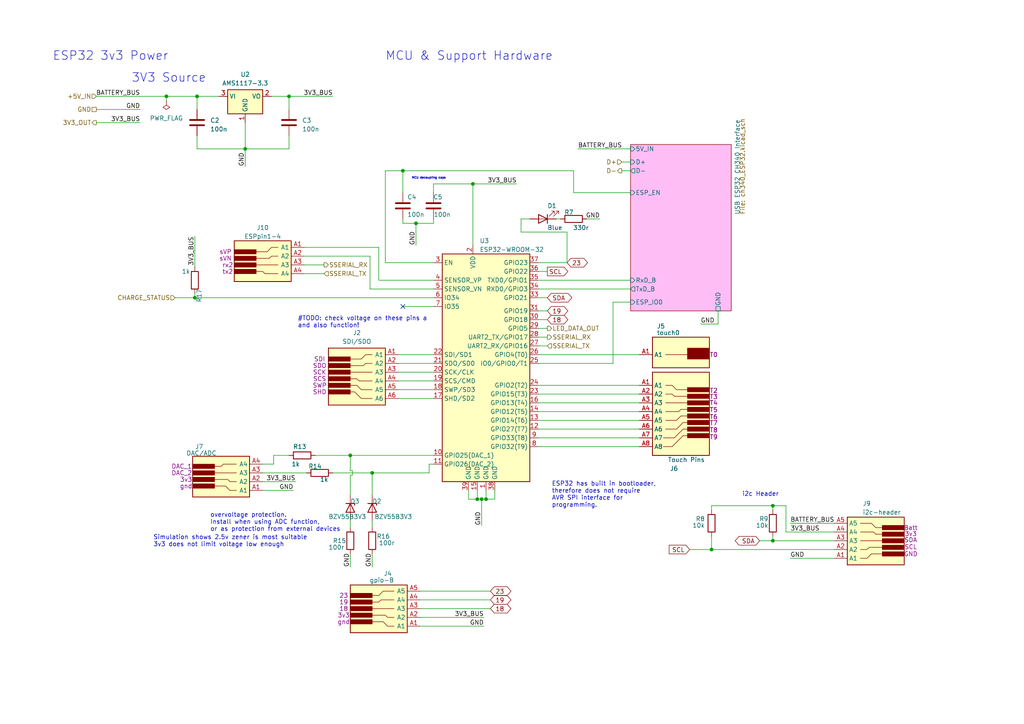
<source format=kicad_sch>
(kicad_sch (version 20230121) (generator eeschema)
  (paper "A4")
  (lib_symbols
    (symbol "000-edge-connectors-immo:1-pin-edge-touch-XL" (in_bom no)
      (property "Reference" "J5" (at -4.572 20.574 0))
      (property "Value" "1-pin-edge-touch-XL" (at -9.906 18.796 0))
      (property "PIN1" "T0" (at 6.35 12.7 0))
      (symbol "1-pin-edge-touch-XL_0_1"
        (rectangle (start -11.43 17.78) (end 5.08 8.89) (stroke (width 0.254)) (fill (type background)))
        (rectangle (start -1.27 14.605) (end 5.08 11.43) (fill (type color) (color 132 0 0 1)))
        (polyline (pts (xy -7.62 12.7) (xy -5.715 12.7) (xy -5.08 12.7) (xy -1.27 12.7)))
      )
      (symbol "1-pin-edge-touch-XL_1_1"
        (pin passive line (at -15.24 12.7 0) (length 3.81) (name "A1") (number "A1"))
      )
    )
    (symbol "000-edge-connectors-immo:4-pin-edge-touch" (in_bom no)
      (property "Reference" "J2" (at 3.175 10.16 0))
      (property "Value" "4-pin-edge-touch" (at 3.175 7.62 0))
      (symbol "4-pin-edge-touch_0_1"
        (rectangle (start -11.43 5.715) (end 5.08 -6.096) (stroke (width 0.254)) (fill (type background)))
        (rectangle (start -1.27 -2.54) (end 5.08 -3.81) (fill (type color) (color 132 0 0 1)))
        (rectangle (start -1.27 -0.635) (end 5.08 -1.905) (fill (type color) (color 132 0 0 1)))
        (rectangle (start -1.27 1.27) (end 5.08 0) (fill (type color) (color 132 0 0 1)))
        (rectangle (start -1.27 3.175) (end 5.08 1.905) (fill (type color) (color 132 0 0 1)))
        (polyline (pts (xy -7.62 -1.27) (xy -1.27 -1.27)))
        (polyline (pts (xy -7.62 -3.81) (xy -3.81 -3.81) (xy -3.175 -3.175) (xy -1.27 -3.175)))
        (polyline (pts (xy -7.62 1.27) (xy -5.715 1.27) (xy -5.08 0.635) (xy -1.27 0.635)))
        (polyline (pts (xy -7.62 3.81) (xy -5.715 3.81) (xy -4.445 2.54) (xy -1.27 2.54)))
      )
      (symbol "4-pin-edge-touch_1_1"
        (pin passive line (at -15.24 3.81 0) (length 3.81) (name "A1") (number "A1"))
        (pin passive line (at -15.24 1.27 0) (length 3.81) (name "A2") (number "A2"))
        (pin passive line (at -15.24 -1.27 0) (length 3.81) (name "A3") (number "A3"))
        (pin passive line (at -15.24 -3.81 0) (length 3.81) (name "A4") (number "A4"))
      )
    )
    (symbol "000-edge-connectors-immo:5-pin-edge-touch" (in_bom no)
      (property "Reference" "J2" (at 3.175 21.59 0))
      (property "Value" "5-pin-edge-touch" (at 3.175 19.05 0))
      (property "PIN1" "1" (at 5.842 13.97 0))
      (property "PIN2" "2" (at 5.842 11.938 0))
      (property "PIN3" "3" (at 5.842 9.906 0))
      (property "PIN4" "4" (at 5.842 8.128 0))
      (property "PIN5" "5" (at 5.842 6.35 0))
      (symbol "5-pin-edge-touch_0_1"
        (rectangle (start -11.43 17.145) (end 5.08 3.302) (stroke (width 0.254)) (fill (type background)))
        (rectangle (start -1.27 6.985) (end 5.08 5.715) (fill (type color) (color 132 0 0 1)))
        (rectangle (start -1.27 8.89) (end 5.08 7.62) (fill (type color) (color 132 0 0 1)))
        (rectangle (start -1.27 10.795) (end 5.08 9.525) (fill (type color) (color 132 0 0 1)))
        (rectangle (start -1.27 12.7) (end 5.08 11.43) (fill (type color) (color 132 0 0 1)))
        (rectangle (start -1.27 14.605) (end 5.08 13.335) (fill (type color) (color 132 0 0 1)))
        (polyline (pts (xy -7.62 10.16) (xy -1.27 10.16)))
        (polyline (pts (xy -7.62 5.08) (xy -4.445 5.08) (xy -3.175 6.35) (xy -1.27 6.35)))
        (polyline (pts (xy -7.62 7.62) (xy -3.81 7.62) (xy -3.175 8.255) (xy -1.27 8.255)))
        (polyline (pts (xy -7.62 12.7) (xy -5.715 12.7) (xy -5.08 12.065) (xy -1.27 12.065)))
        (polyline (pts (xy -7.62 15.24) (xy -5.715 15.24) (xy -4.445 13.97) (xy -1.27 13.97)))
      )
      (symbol "5-pin-edge-touch_1_1"
        (pin passive line (at -15.24 15.24 0) (length 3.81) (name "A1") (number "A1"))
        (pin passive line (at -15.24 12.7 0) (length 3.81) (name "A2") (number "A2"))
        (pin passive line (at -15.24 10.16 0) (length 3.81) (name "A3") (number "A3"))
        (pin passive line (at -15.24 7.62 0) (length 3.81) (name "A4") (number "A4"))
        (pin passive line (at -15.24 5.08 0) (length 3.81) (name "A5") (number "A5"))
      )
    )
    (symbol "000-edge-connectors-immo:6-pin-edge-touch" (in_bom no)
      (property "Reference" "J2" (at 3.175 21.59 0))
      (property "Value" "SDI/SDO" (at 3.175 19.05 0))
      (property "PIN1" "1" (at 0 0 0))
      (property "PIN2" "2" (at 0 0 0))
      (property "PIN3" "3" (at 0 0 0))
      (property "PIN4" "4" (at 0 0 0))
      (property "PIN5" "5" (at 0 0 0))
      (property "PIN6" "6" (at 0 0 0))
      (symbol "6-pin-edge-touch_0_1"
        (rectangle (start -11.43 17.145) (end 5.08 0.635) (stroke (width 0.254)) (fill (type background)))
        (rectangle (start -1.27 5.08) (end 5.08 3.81) (fill (type color) (color 132 0 0 1)))
        (rectangle (start -1.27 6.985) (end 5.08 5.715) (fill (type color) (color 132 0 0 1)))
        (rectangle (start -1.27 8.89) (end 5.08 7.62) (fill (type color) (color 132 0 0 1)))
        (rectangle (start -1.27 10.795) (end 5.08 9.525) (fill (type color) (color 132 0 0 1)))
        (rectangle (start -1.27 12.7) (end 5.08 11.43) (fill (type color) (color 132 0 0 1)))
        (rectangle (start -1.27 14.605) (end 5.08 13.335) (fill (type color) (color 132 0 0 1)))
        (polyline (pts (xy -7.62 10.16) (xy -1.27 10.16)))
        (polyline (pts (xy -7.62 2.54) (xy -4.445 2.54) (xy -2.54 4.445) (xy -1.27 4.445)))
        (polyline (pts (xy -7.62 5.08) (xy -4.445 5.08) (xy -3.175 6.35) (xy -1.27 6.35)))
        (polyline (pts (xy -7.62 7.62) (xy -3.81 7.62) (xy -3.175 8.255) (xy -1.27 8.255)))
        (polyline (pts (xy -7.62 12.7) (xy -5.715 12.7) (xy -5.08 12.065) (xy -1.27 12.065)))
        (polyline (pts (xy -7.62 15.24) (xy -5.715 15.24) (xy -4.445 13.97) (xy -1.27 13.97)))
      )
      (symbol "6-pin-edge-touch_1_1"
        (pin passive line (at -15.24 15.24 0) (length 3.81) (name "A1") (number "A1"))
        (pin passive line (at -15.24 12.7 0) (length 3.81) (name "A2") (number "A2"))
        (pin passive line (at -15.24 10.16 0) (length 3.81) (name "A3") (number "A3"))
        (pin passive line (at -15.24 7.62 0) (length 3.81) (name "A4") (number "A4"))
        (pin passive line (at -15.24 5.08 0) (length 3.81) (name "A5") (number "A5"))
        (pin passive line (at -15.24 2.54 0) (length 3.81) (name "A6") (number "A6"))
      )
    )
    (symbol "000-edge-connectors-immo:8-pin-edge-touch" (in_bom no)
      (property "Reference" "J6" (at -9.652 22.606 0))
      (property "Value" "Touch Pins" (at -9.652 20.066 0))
      (property "PIN1" "T2" (at 6.35 13.716 0))
      (property "PIN2" "T3" (at 6.35 11.938 0))
      (property "PIN3" "T4" (at 6.35 10.16 0))
      (property "PIN4" "T5" (at 6.35 8.128 0))
      (property "PIN5" "T6" (at 6.35 6.096 0))
      (property "PIN6" "T7" (at 6.35 4.318 0))
      (property "PIN7" "T8" (at 6.35 2.286 0))
      (property "PIN8" "T9" (at 6.35 0.254 0))
      (symbol "8-pin-edge-touch_0_1"
        (rectangle (start -11.43 19.05) (end 5.08 -5.08) (stroke (width 0.254)) (fill (type background)))
        (rectangle (start -1.27 1.27) (end 5.08 0) (fill (type color) (color 132 0 0 1)))
        (rectangle (start -1.27 3.175) (end 5.08 1.905) (fill (type color) (color 132 0 0 1)))
        (rectangle (start -1.27 5.08) (end 5.08 3.81) (fill (type color) (color 132 0 0 1)))
        (rectangle (start -1.27 6.985) (end 5.08 5.715) (fill (type color) (color 132 0 0 1)))
        (rectangle (start -1.27 8.89) (end 5.08 7.62) (fill (type color) (color 132 0 0 1)))
        (rectangle (start -1.27 10.795) (end 5.08 9.525) (fill (type color) (color 132 0 0 1)))
        (rectangle (start -1.27 12.7) (end 5.08 11.43) (fill (type color) (color 132 0 0 1)))
        (rectangle (start -1.27 14.605) (end 5.08 13.335) (fill (type color) (color 132 0 0 1)))
        (polyline (pts (xy -7.62 10.16) (xy -1.27 10.16)))
        (polyline (pts (xy -8.255 -2.54) (xy -5.715 -2.54) (xy -2.54 0.635) (xy -1.27 0.635)))
        (polyline (pts (xy -8.255 0) (xy -5.08 0) (xy -2.54 2.54) (xy -1.27 2.54)))
        (polyline (pts (xy -7.62 2.54) (xy -4.445 2.54) (xy -2.54 4.445) (xy -1.27 4.445)))
        (polyline (pts (xy -7.62 5.08) (xy -4.445 5.08) (xy -3.175 6.35) (xy -1.27 6.35)))
        (polyline (pts (xy -7.62 7.62) (xy -3.81 7.62) (xy -3.175 8.255) (xy -1.27 8.255)))
        (polyline (pts (xy -7.62 12.7) (xy -5.715 12.7) (xy -5.08 12.065) (xy -1.27 12.065)))
        (polyline (pts (xy -7.62 15.24) (xy -5.715 15.24) (xy -4.445 13.97) (xy -1.27 13.97)))
      )
      (symbol "8-pin-edge-touch_1_1"
        (pin passive line (at -15.24 15.24 0) (length 3.81) (name "A1") (number "A1"))
        (pin passive line (at -15.24 12.7 0) (length 3.81) (name "A2") (number "A2"))
        (pin passive line (at -15.24 10.16 0) (length 3.81) (name "A3") (number "A3"))
        (pin passive line (at -15.24 7.62 0) (length 3.81) (name "A4") (number "A4"))
        (pin passive line (at -15.24 5.08 0) (length 3.81) (name "A5") (number "A5"))
        (pin passive line (at -15.24 2.54 0) (length 3.81) (name "A6") (number "A6"))
        (pin passive line (at -15.24 0 0) (length 3.81) (name "A7") (number "A7"))
        (pin passive line (at -15.24 -2.54 0) (length 3.81) (name "A8") (number "A8"))
      )
    )
    (symbol "000_Capacitor_Film_Immo:100n" (pin_numbers hide) (pin_names (offset 0.254))
      (property "Reference" "C" (at 0.635 2.54 0))
      (property "Value" "100n" (at 0.635 -2.54 0))
      (symbol "100n_0_1"
        (polyline (pts (xy -2.032 -0.762) (xy 2.032 -0.762)) (stroke (width 0.508)))
        (polyline (pts (xy -2.032 0.762) (xy 2.032 0.762)) (stroke (width 0.508)))
      )
      (symbol "100n_1_1"
        (pin passive line (at 0 3.81 270) (length 2.794) (name "~") (number "1"))
        (pin passive line (at 0 -3.81 90) (length 2.794) (name "~") (number "2"))
      )
    )
    (symbol "000_Diodes_Immo:LED_0805_Yellow" (pin_numbers hide) (pin_names (offset 1.016) hide)
      (property "Reference" "D" (at 0 2.54 0))
      (property "Value" "LED_0805_Yellow" (at 0 -3.81 0))
      (symbol "LED_0805_Yellow_0_1"
        (polyline (pts (xy -1.27 -1.27) (xy -1.27 1.27)) (stroke (width 0.254)))
        (polyline (pts (xy -1.27 0) (xy 1.27 0)))
        (polyline (pts (xy 1.27 -1.27) (xy 1.27 1.27) (xy -1.27 0) (xy 1.27 -1.27)) (stroke (width 0.254)))
        (polyline (pts (xy -3.048 -0.762) (xy -4.572 -2.286) (xy -3.81 -2.286) (xy -4.572 -2.286) (xy -4.572 -1.524)))
        (polyline (pts (xy -1.778 -0.762) (xy -3.302 -2.286) (xy -2.54 -2.286) (xy -3.302 -2.286) (xy -3.302 -1.524)))
      )
      (symbol "LED_0805_Yellow_1_1"
        (pin passive line (at -3.81 0 0) (length 2.54) (name "K") (number "1"))
        (pin passive line (at 3.81 0 180) (length 2.54) (name "A") (number "2"))
      )
    )
    (symbol "000_Diodes_Immo:zener_diode_2v7" (pin_numbers hide) (pin_names hide)
      (property "Reference" "D" (at 0 2.54 0))
      (property "Value" "zener_diode_2v7" (at 0 -2.54 0))
      (symbol "zener_diode_2v7_0_1"
        (polyline (pts (xy 1.27 0) (xy -1.27 0)))
        (polyline (pts (xy -1.27 -1.27) (xy -1.27 1.27) (xy -0.762 1.27)) (stroke (width 0.254)))
        (polyline (pts (xy 1.27 -1.27) (xy 1.27 1.27) (xy -1.27 0) (xy 1.27 -1.27)) (stroke (width 0.254)))
      )
      (symbol "zener_diode_2v7_1_1"
        (pin passive line (at -3.81 0 0) (length 2.54) (name "K") (number "1"))
        (pin passive line (at 3.81 0 180) (length 2.54) (name "A") (number "2"))
      )
    )
    (symbol "000_IC_immo:AMS1117-3.3"
      (property "Reference" "U" (at -3.81 3.175 0))
      (property "Value" "AMS1117-3.3" (at 0 3.175 0))
      (symbol "AMS1117-3.3_0_1"
        (rectangle (start -5.08 -5.08) (end 5.08 1.905) (stroke (width 0.254)) (fill (type background)))
      )
      (symbol "AMS1117-3.3_1_1"
        (pin power_in line (at 0 -7.62 90) (length 2.54) (name "GND") (number "1"))
        (pin power_out line (at 7.62 0 180) (length 2.54) (name "VO") (number "2"))
        (pin power_in line (at -7.62 0 0) (length 2.54) (name "VI") (number "3"))
      )
    )
    (symbol "000_MCU_microcontrollers_Immo:ESP32-WROOM-32_2"
      (property "Reference" "U" (at -12.7 34.29 0))
      (property "Value" "ESP32-WROOM-32" (at 1.27 34.29 0))
      (symbol "ESP32-WROOM-32_2_0_1"
        (rectangle (start -12.7 33.02) (end 12.7 -33.02) (stroke (width 0.254)) (fill (type background)))
      )
      (symbol "ESP32-WROOM-32_2_1_1"
        (pin power_in line (at 0 -35.56 90) (length 2.54) (name "GND") (number "1"))
        (pin bidirectional line (at -15.24 -25.4 0) (length 2.54) (name "GPIO25(DAC_1)") (number "10"))
        (pin bidirectional line (at -15.24 -27.94 0) (length 2.54) (name "GPIO26(DAC_2)") (number "11"))
        (pin bidirectional line (at 15.24 -17.78 180) (length 2.54) (name "GPIO27(T7)") (number "12"))
        (pin bidirectional line (at 15.24 -15.24 180) (length 2.54) (name "GPIO14(T6)") (number "13"))
        (pin bidirectional line (at 15.24 -12.7 180) (length 2.54) (name "GPIO12(T5)") (number "14"))
        (pin passive line (at -2.54 -35.56 90) (length 2.54) (name "GND") (number "15"))
        (pin bidirectional line (at 15.24 -10.16 180) (length 2.54) (name "GPIO13(T4)") (number "16"))
        (pin bidirectional line (at -15.24 -8.89 0) (length 2.54) (name "SHD/SD2") (number "17"))
        (pin bidirectional line (at -15.24 -6.35 0) (length 2.54) (name "SWP/SD3") (number "18"))
        (pin bidirectional line (at -15.24 -3.81 0) (length 2.54) (name "SCS/CMD") (number "19"))
        (pin power_in line (at -3.81 35.56 270) (length 2.54) (name "VDD") (number "2"))
        (pin bidirectional line (at -15.24 -1.27 0) (length 2.54) (name "SCK/CLK") (number "20"))
        (pin bidirectional line (at -15.24 1.27 0) (length 2.54) (name "SDO/SD0") (number "21"))
        (pin bidirectional line (at -15.24 3.81 0) (length 2.54) (name "SDI/SD1") (number "22"))
        (pin bidirectional line (at 15.24 -7.62 180) (length 2.54) (name "GPIO15(T3)") (number "23"))
        (pin bidirectional line (at 15.24 -5.08 180) (length 2.54) (name "GPIO2(T2)") (number "24"))
        (pin bidirectional line (at 15.24 1.27 180) (length 2.54) (name "IO0/GPIO0/T1") (number "25"))
        (pin bidirectional line (at 15.24 3.81 180) (length 2.54) (name "GPIO4(T0)") (number "26"))
        (pin bidirectional line (at 15.24 6.35 180) (length 2.54) (name "UART2_RX/GPIO16") (number "27"))
        (pin bidirectional line (at 15.24 8.89 180) (length 2.54) (name "UART2_TX/GPIO17") (number "28"))
        (pin bidirectional line (at 15.24 11.43 180) (length 2.54) (name "GPIO5") (number "29"))
        (pin input line (at -15.24 30.48 0) (length 2.54) (name "EN") (number "3"))
        (pin bidirectional line (at 15.24 13.97 180) (length 2.54) (name "GPIO18") (number "30"))
        (pin bidirectional line (at 15.24 16.51 180) (length 2.54) (name "GPIO19") (number "31"))
        (pin no_connect line (at 5.08 -35.56 90) (length 2.54) hide (name "NC") (number "32"))
        (pin bidirectional line (at 15.24 20.32 180) (length 2.54) (name "GPIO21") (number "33"))
        (pin bidirectional line (at 15.24 22.86 180) (length 2.54) (name "RXD0/GPIO3") (number "34"))
        (pin bidirectional line (at 15.24 25.4 180) (length 2.54) (name "TXD0/GPIO1") (number "35"))
        (pin bidirectional line (at 15.24 27.94 180) (length 2.54) (name "GPIO22") (number "36"))
        (pin bidirectional line (at 15.24 30.48 180) (length 2.54) (name "GPIO23") (number "37"))
        (pin passive line (at 2.54 -35.56 90) (length 2.54) (name "GND") (number "38"))
        (pin passive line (at -5.08 -35.56 90) (length 2.54) (name "GND") (number "39"))
        (pin input line (at -15.24 25.4 0) (length 2.54) (name "SENSOR_VP") (number "4"))
        (pin input line (at -15.24 22.86 0) (length 2.54) (name "SENSOR_VN") (number "5"))
        (pin input line (at -15.24 20.32 0) (length 2.54) (name "IO34") (number "6"))
        (pin input line (at -15.24 17.78 0) (length 2.54) (name "IO35") (number "7"))
        (pin bidirectional line (at 15.24 -22.86 180) (length 2.54) (name "GPIO32(T9)") (number "8"))
        (pin bidirectional line (at 15.24 -20.32 180) (length 2.54) (name "GPIO33(T8)") (number "9"))
      )
    )
    (symbol "000_Resistors_Immo:100r" (pin_numbers hide) (pin_names (offset 0))
      (property "Reference" "R?" (at -2.54 3.81 0))
      (property "Value" "100r" (at -5.08 2.54 0))
      (symbol "100r_0_1"
        (rectangle (start 2.54 -1.016) (end -2.54 1.016) (stroke (width 0.254)))
      )
      (symbol "100r_1_1"
        (pin passive line (at -3.81 0 0) (length 1.27) (name "~") (number "1"))
        (pin passive line (at 3.81 0 180) (length 1.27) (name "~") (number "2"))
      )
    )
    (symbol "000_Resistors_Immo:10k" (pin_numbers hide) (pin_names (offset 0))
      (property "Reference" "R?" (at -2.54 3.81 0))
      (property "Value" "10k" (at -5.08 2.54 0))
      (symbol "10k_0_1"
        (rectangle (start 2.54 -1.016) (end -2.54 1.016) (stroke (width 0.254)))
      )
      (symbol "10k_1_1"
        (pin passive line (at -3.81 0 0) (length 1.27) (name "~") (number "1"))
        (pin passive line (at 3.81 0 180) (length 1.27) (name "~") (number "2"))
      )
    )
    (symbol "000_Resistors_Immo:1k" (pin_numbers hide) (pin_names (offset 0))
      (property "Reference" "R?" (at -2.54 3.81 0))
      (property "Value" "1k" (at -5.08 2.54 0))
      (symbol "1k_0_1"
        (rectangle (start 2.54 -1.016) (end -2.54 1.016) (stroke (width 0.254)))
      )
      (symbol "1k_1_1"
        (pin passive line (at -3.81 0 0) (length 1.27) (name "~") (number "1"))
        (pin passive line (at 3.81 0 180) (length 1.27) (name "~") (number "2"))
      )
    )
    (symbol "000_Resistors_Immo:330r" (pin_numbers hide) (pin_names (offset 0))
      (property "Reference" "R?" (at -2.54 3.81 0))
      (property "Value" "330r" (at -5.08 2.54 0))
      (symbol "330r_0_1"
        (rectangle (start 2.54 -1.016) (end -2.54 1.016) (stroke (width 0.254)))
      )
      (symbol "330r_1_1"
        (pin passive line (at -3.81 0 0) (length 1.27) (name "~") (number "1"))
        (pin passive line (at 3.81 0 180) (length 1.27) (name "~") (number "2"))
      )
    )
    (symbol "power:PWR_FLAG" (power) (pin_numbers hide) (pin_names (offset 0) hide)
      (property "Value" "PWR_FLAG" (at 0 3.81 0))
      (symbol "PWR_FLAG_0_0"
        (pin power_out line (at 0 0 90) (length 0) (name "pwr") (number "1"))
      )
      (symbol "PWR_FLAG_0_1"
        (polyline (pts (xy 0 0) (xy 0 1.27) (xy -1.016 1.905) (xy 0 2.54) (xy 1.016 1.905) (xy 0 1.27)))
      )
    )
  )
  (junction (at 224.155 156.845))
  (junction (at 57.15 27.94))
  (junction (at 139.7 144.78))
  (junction (at 138.43 144.78))
  (junction (at 120.65 64.77))
  (junction (at 140.97 144.78))
  (junction (at 116.84 49.53))
  (junction (at 137.16 53.34))
  (junction (at 224.155 146.685))
  (junction (at 56.515 86.36))
  (junction (at 107.95 137.16))
  (junction (at 83.82 27.94))
  (junction (at 71.12 43.18))
  (junction (at 48.26 27.94))
  (junction (at 206.375 159.385))
  (junction (at 101.6 132.08))
  (no_connect (at 116.84 88.9))
  (wire (pts (xy 115.57 115.57) (xy 125.73 115.57)))
  (wire (pts (xy 79.375 132.08) (xy 83.82 132.08)))
  (wire (pts (xy 121.92 173.99) (xy 142.24 173.99)))
  (wire (pts (xy 138.43 144.78) (xy 135.89 144.78)))
  (wire (pts (xy 139.7 144.78) (xy 139.7 152.4)))
  (wire (pts (xy 156.21 114.3) (xy 185.42 114.3)))
  (wire (pts (xy 137.16 53.34) (xy 137.16 71.12)))
  (wire (pts (xy 208.28 93.98) (xy 203.2 93.98)))
  (wire (pts (xy 116.84 88.9) (xy 125.73 88.9)))
  (wire (pts (xy 88.265 79.375) (xy 93.98 79.375)))
  (wire (pts (xy 116.84 64.77) (xy 120.65 64.77)))
  (wire (pts (xy 156.21 86.36) (xy 158.75 86.36)))
  (wire (pts (xy 161.29 63.5) (xy 162.56 63.5)))
  (wire (pts (xy 125.73 53.34) (xy 137.16 53.34)))
  (wire (pts (xy 48.26 27.94) (xy 57.15 27.94)))
  (wire (pts (xy 27.94 27.94) (xy 48.26 27.94)))
  (wire (pts (xy 156.21 95.25) (xy 158.75 95.25)))
  (wire (pts (xy 149.86 53.34) (xy 137.16 53.34)))
  (wire (pts (xy 57.15 27.94) (xy 63.5 27.94)))
  (wire (pts (xy 107.95 137.16) (xy 107.95 143.51)))
  (wire (pts (xy 139.7 144.78) (xy 138.43 144.78)))
  (wire (pts (xy 120.65 64.77) (xy 120.65 71.12)))
  (wire (pts (xy 156.21 92.71) (xy 158.75 92.71)))
  (wire (pts (xy 88.9 137.16) (xy 76.2 137.16)))
  (wire (pts (xy 116.84 49.53) (xy 166.37 49.53)))
  (wire (pts (xy 48.26 27.94) (xy 48.26 29.21)))
  (wire (pts (xy 115.57 110.49) (xy 125.73 110.49)))
  (wire (pts (xy 56.515 85.09) (xy 56.515 86.36)))
  (wire (pts (xy 101.6 143.51) (xy 101.6 137.795)))
  (wire (pts (xy 164.465 76.2) (xy 164.465 67.31)))
  (wire (pts (xy 96.52 137.16) (xy 107.95 137.16)))
  (wire (pts (xy 158.75 97.79) (xy 156.21 97.79)))
  (wire (pts (xy 71.12 43.18) (xy 83.82 43.18)))
  (wire (pts (xy 156.21 121.92) (xy 185.42 121.92)))
  (wire (pts (xy 229.235 161.925) (xy 241.935 161.925)))
  (wire (pts (xy 88.265 71.755) (xy 109.855 71.755)))
  (wire (pts (xy 140.97 144.78) (xy 143.51 144.78)))
  (wire (pts (xy 227.965 146.685) (xy 227.965 154.305)))
  (wire (pts (xy 124.46 137.16) (xy 124.46 134.62)))
  (wire (pts (xy 156.21 76.2) (xy 164.465 76.2)))
  (wire (pts (xy 180.34 49.53) (xy 182.88 49.53)))
  (wire (pts (xy 102.235 137.795) (xy 102.235 136.525)))
  (wire (pts (xy 125.73 63.5) (xy 125.73 64.77)))
  (wire (pts (xy 156.21 105.41) (xy 177.8 105.41)))
  (wire (pts (xy 177.8 87.63) (xy 177.8 105.41)))
  (wire (pts (xy 167.64 43.18) (xy 182.88 43.18)))
  (wire (pts (xy 170.18 63.5) (xy 173.99 63.5)))
  (wire (pts (xy 156.21 102.87) (xy 185.42 102.87)))
  (wire (pts (xy 224.155 156.845) (xy 241.935 156.845)))
  (wire (pts (xy 79.375 134.62) (xy 76.2 134.62)))
  (wire (pts (xy 138.43 144.78) (xy 138.43 142.24)))
  (wire (pts (xy 88.265 74.295) (xy 107.315 74.295)))
  (wire (pts (xy 227.965 154.305) (xy 241.935 154.305)))
  (wire (pts (xy 107.315 83.82) (xy 125.73 83.82)))
  (wire (pts (xy 156.21 81.28) (xy 182.88 81.28)))
  (wire (pts (xy 78.74 27.94) (xy 83.82 27.94)))
  (wire (pts (xy 115.57 102.87) (xy 125.73 102.87)))
  (wire (pts (xy 156.21 83.82) (xy 182.88 83.82)))
  (wire (pts (xy 206.375 159.385) (xy 241.935 159.385)))
  (wire (pts (xy 56.515 86.36) (xy 125.73 86.36)))
  (wire (pts (xy 156.21 116.84) (xy 185.42 116.84)))
  (wire (pts (xy 107.95 160.655) (xy 107.95 164.465)))
  (wire (pts (xy 180.34 46.99) (xy 182.88 46.99)))
  (wire (pts (xy 166.37 55.88) (xy 182.88 55.88)))
  (wire (pts (xy 135.89 144.78) (xy 135.89 142.24)))
  (wire (pts (xy 76.2 142.24) (xy 85.09 142.24)))
  (wire (pts (xy 121.92 171.45) (xy 142.24 171.45)))
  (wire (pts (xy 151.13 67.31) (xy 151.13 63.5)))
  (wire (pts (xy 101.6 160.655) (xy 101.6 164.465)))
  (wire (pts (xy 227.965 146.685) (xy 224.155 146.685)))
  (wire (pts (xy 156.21 78.74) (xy 158.75 78.74)))
  (wire (pts (xy 88.265 76.835) (xy 93.98 76.835)))
  (wire (pts (xy 79.375 132.08) (xy 79.375 134.62)))
  (wire (pts (xy 156.21 124.46) (xy 185.42 124.46)))
  (wire (pts (xy 27.94 35.56) (xy 40.64 35.56)))
  (wire (pts (xy 164.465 67.31) (xy 151.13 67.31)))
  (wire (pts (xy 83.82 39.37) (xy 83.82 43.18)))
  (wire (pts (xy 125.73 76.2) (xy 111.76 76.2)))
  (wire (pts (xy 115.57 113.03) (xy 125.73 113.03)))
  (wire (pts (xy 109.855 81.28) (xy 109.855 71.755)))
  (wire (pts (xy 83.82 27.94) (xy 96.52 27.94)))
  (wire (pts (xy 229.235 151.765) (xy 241.935 151.765)))
  (wire (pts (xy 121.92 181.61) (xy 140.335 181.61)))
  (wire (pts (xy 109.855 81.28) (xy 125.73 81.28)))
  (wire (pts (xy 177.8 87.63) (xy 182.88 87.63)))
  (wire (pts (xy 156.21 111.76) (xy 185.42 111.76)))
  (wire (pts (xy 140.97 144.78) (xy 139.7 144.78)))
  (wire (pts (xy 71.12 43.18) (xy 57.15 43.18)))
  (wire (pts (xy 224.155 146.685) (xy 206.375 146.685)))
  (wire (pts (xy 56.515 68.58) (xy 56.515 77.47)))
  (wire (pts (xy 220.345 156.845) (xy 224.155 156.845)))
  (wire (pts (xy 124.46 134.62) (xy 125.73 134.62)))
  (wire (pts (xy 115.57 105.41) (xy 125.73 105.41)))
  (wire (pts (xy 156.21 127) (xy 185.42 127)))
  (wire (pts (xy 101.6 132.08) (xy 125.73 132.08)))
  (wire (pts (xy 101.6 151.13) (xy 101.6 153.035)))
  (wire (pts (xy 27.94 31.75) (xy 40.64 31.75)))
  (wire (pts (xy 71.12 43.18) (xy 71.12 48.26)))
  (wire (pts (xy 156.21 129.54) (xy 185.42 129.54)))
  (wire (pts (xy 107.95 137.16) (xy 124.46 137.16)))
  (wire (pts (xy 107.315 74.295) (xy 107.315 83.82)))
  (wire (pts (xy 91.44 132.08) (xy 101.6 132.08)))
  (wire (pts (xy 121.92 176.53) (xy 142.24 176.53)))
  (wire (pts (xy 156.21 90.17) (xy 158.75 90.17)))
  (wire (pts (xy 143.51 144.78) (xy 143.51 142.24)))
  (wire (pts (xy 57.15 27.94) (xy 57.15 31.75)))
  (wire (pts (xy 140.97 142.24) (xy 140.97 144.78)))
  (wire (pts (xy 115.57 107.95) (xy 125.73 107.95)))
  (wire (pts (xy 76.2 139.7) (xy 85.725 139.7)))
  (wire (pts (xy 158.75 100.33) (xy 156.21 100.33)))
  (wire (pts (xy 107.95 151.13) (xy 107.95 153.035)))
  (wire (pts (xy 111.76 49.53) (xy 116.84 49.53)))
  (wire (pts (xy 206.375 146.685) (xy 206.375 147.955)))
  (wire (pts (xy 101.6 137.795) (xy 102.235 137.795)))
  (wire (pts (xy 101.6 136.525) (xy 101.6 132.08)))
  (wire (pts (xy 71.12 35.56) (xy 71.12 43.18)))
  (wire (pts (xy 121.92 179.07) (xy 140.335 179.07)))
  (wire (pts (xy 200.025 159.385) (xy 206.375 159.385)))
  (wire (pts (xy 156.21 119.38) (xy 185.42 119.38)))
  (wire (pts (xy 102.235 136.525) (xy 101.6 136.525)))
  (wire (pts (xy 116.84 63.5) (xy 116.84 64.77)))
  (wire (pts (xy 83.82 27.94) (xy 83.82 31.75)))
  (wire (pts (xy 151.13 63.5) (xy 153.67 63.5)))
  (wire (pts (xy 206.375 159.385) (xy 206.375 155.575)))
  (wire (pts (xy 224.155 147.955) (xy 224.155 146.685)))
  (wire (pts (xy 50.8 86.36) (xy 56.515 86.36)))
  (wire (pts (xy 125.73 55.88) (xy 125.73 53.34)))
  (wire (pts (xy 57.15 39.37) (xy 57.15 43.18)))
  (wire (pts (xy 116.84 49.53) (xy 116.84 55.88)))
  (wire (pts (xy 111.76 76.2) (xy 111.76 49.53)))
  (wire (pts (xy 224.155 155.575) (xy 224.155 156.845)))
  (wire (pts (xy 208.28 90.17) (xy 208.28 93.98)))
  (wire (pts (xy 166.37 49.53) (xy 166.37 55.88)))
  (wire (pts (xy 125.73 64.77) (xy 120.65 64.77)))
  (text "MCU & Support Hardware" (at 111.76 17.78 0) (effects (font (size 2.5 2.5)) (justify left bottom)))
  (text "MCU decoupling caps" (at 119.38 52.07 0) (effects (font (size 0.6 0.6)) (justify left bottom)))
  (text "ESP32 3v3 Power" (at 15.24 17.78 0) (effects (font (size 2.5 2.5)) (justify left bottom)))
  (text "overvoltage protection.\nInstall when using ADC function,\nor as protection from external devices" (at 60.96 154.305 0) (effects (font (size 1.27 1.27)) (justify left bottom)))
  (text "ESP32 has built in bootloader,\ntherefore does not require\nAVR SPI interface for\nprogramming." (at 160.02 147.32 0) (effects (font (size 1.27 1.27)) (justify left bottom)))
  (text "#TODO: check voltage on these pins a\nand also function!" (at 86.36 95.25 0) (effects (font (size 1.27 1.27)) (justify left bottom)))
  (text "Simulation shows 2.5v zener is most suitable\n3v3 does not limit voltage low enough" (at 44.45 158.75 0) (effects (font (size 1.27 1.27)) (justify left bottom)))
  (text "3V3 Source" (at 38.1 24.13 0) (effects (font (size 2.5 2.5)) (justify left bottom)))
  (text "i2c Header" (at 215.265 144.145 0) (effects (font (size 1.27 1.27)) (justify left bottom)))
  (label "GND" (at 203.2 93.98 0))
  (label "3V3_BUS" (at 96.52 27.94 180))
  (label "GND" (at 85.09 142.24 180))
  (label "3V3_BUS" (at 56.515 68.58 270))
  (label "GND" (at 101.6 164.465 90))
  (label "3V3_BUS" (at 140.335 179.07 180))
  (label "GND" (at 40.64 31.75 180))
  (label "GND" (at 139.7 152.4 90))
  (label "GND" (at 107.95 164.465 90))
  (label "GND" (at 71.12 48.26 90))
  (label "GND" (at 229.235 161.925 0))
  (label "BATTERY_BUS" (at 167.64 43.18 0))
  (label "3V3_BUS" (at 229.235 154.305 0))
  (label "3V3_BUS" (at 40.64 35.56 180))
  (label "3V3_BUS" (at 85.725 139.7 180))
  (label "GND" (at 173.99 63.5 180))
  (label "GND" (at 140.335 181.61 180))
  (label "BATTERY_BUS" (at 40.64 27.94 180))
  (label "3V3_BUS" (at 149.86 53.34 180))
  (label "GND" (at 120.65 71.12 90))
  (label "BATTERY_BUS" (at 229.235 151.765 0))
  (global_label "SDA" (shape bidirectional) (at 158.75 86.36 0) (property "Intersheetrefs" "${INTERSHEET_REFS}" (effects hide)))
  (global_label "SCL" (shape input) (at 200.025 159.385 180) (property "Intersheetrefs" "${INTERSHEET_REFS}" (effects hide)))
  (global_label "19" (shape bidirectional) (at 158.75 90.17 0) (property "Intersheetrefs" "${INTERSHEET_REFS}" (effects hide)))
  (global_label "19" (shape bidirectional) (at 142.24 173.99 0) (property "Intersheetrefs" "${INTERSHEET_REFS}" (effects hide)))
  (global_label "SCL" (shape output) (at 158.75 78.74 0) (property "Intersheetrefs" "${INTERSHEET_REFS}" (effects hide)))
  (global_label "SDA" (shape bidirectional) (at 220.345 156.845 180) (property "Intersheetrefs" "${INTERSHEET_REFS}" (effects hide)))
  (global_label "18" (shape bidirectional) (at 158.75 92.71 0) (property "Intersheetrefs" "${INTERSHEET_REFS}" (effects hide)))
  (global_label "23" (shape bidirectional) (at 142.24 171.45 0) (property "Intersheetrefs" "${INTERSHEET_REFS}" (effects hide)))
  (global_label "23" (shape bidirectional) (at 164.465 76.2 0) (property "Intersheetrefs" "${INTERSHEET_REFS}" (effects hide)))
  (global_label "18" (shape bidirectional) (at 142.24 176.53 0) (property "Intersheetrefs" "${INTERSHEET_REFS}" (effects hide)))
  (hierarchical_label "3V3_OUT" (shape output) (at 27.94 35.56 180))
  (hierarchical_label "SSERIAL_TX" (shape input) (at 158.75 100.33 0))
  (hierarchical_label "D+" (shape input) (at 180.34 46.99 180))
  (hierarchical_label "D-" (shape output) (at 180.34 49.53 180))
  (hierarchical_label "GND" (shape passive) (at 27.94 31.75 180))
  (hierarchical_label "CHARGE_STATUS" (shape input) (at 50.8 86.36 180))
  (hierarchical_label "+5V_IN" (shape input) (at 27.94 27.94 180))
  (hierarchical_label "SSERIAL_RX" (shape output) (at 93.98 76.835 0))
  (hierarchical_label "LED_DATA_OUT" (shape output) (at 158.75 95.25 0))
  (hierarchical_label "SSERIAL_RX" (shape output) (at 158.75 97.79 0))
  (hierarchical_label "SSERIAL_TX" (shape input) (at 93.98 79.375 0))
  (symbol (lib_id "000_Diodes_Immo:zener_diode_2v7") (at 107.95 147.32 270) (unit 1)
    (property "Reference" "D2" (at 107.95 145.415 90) (effects (justify left)))
    (property "Value" "BZV55B3V3" (at 108.585 149.86 90) (effects (justify left)))
    (property "Footprint" "Diode_SMD:D_MiniMELF" (effects hide))
    (property "Datasheet" "https://assets.nexperia.com/documents/data-sheet/BZV55_SER.pdf" (effects hide))
    (property "JLCpart" "C268735" (effects hide))
    (property "Cost" "0.0221" (effects hide))
  )
  (symbol (lib_id "000-edge-connectors-immo:1-pin-edge-touch-XL") (at 200.66 115.57 0) (unit 1) (in_bom no)
    (property "Reference" "J5" (at 190.5 94.615 0) (effects (justify left)))
    (property "Value" "touch0" (at 190.5 96.52 0) (effects (justify left)))
    (property "Footprint" "000-edge-connectors-immo:1-pin-edge-touch-xl" (effects hide))
    (property "Datasheet" "http://www.ritrontek.com/uploadfile/2016/1026/20161026105231124.pdf#page=63" (effects hide))
    (property "PIN1" "T0" (at 207.01 102.87 0))
  )
  (symbol (lib_id "000-edge-connectors-immo:5-pin-edge-touch") (at 257.175 146.685 0) (mirror x) (unit 1) (in_bom no)
    (property "Reference" "J9" (at 250.19 146.05 0) (effects (justify left)))
    (property "Value" "i2c-header" (at 250.19 148.59 0) (effects (justify left)))
    (property "Footprint" "000-edge-connectors-immo:5-pin-edge-touch" (effects hide))
    (property "Datasheet" "http://www.ritrontek.com/uploadfile/2016/1026/20161026105231124.pdf#page=63" (effects hide))
    (property "PIN1" "GND" (at 264.16 160.655 0))
    (property "PIN2" "SCL" (at 264.16 158.623 0))
    (property "PIN3" "SDA" (at 264.16 156.591 0))
    (property "PIN4" "3v3" (at 264.16 154.813 0))
    (property "PIN5" "Batt" (at 264.16 153.035 0))
  )
  (symbol (lib_id "000_MCU_microcontrollers_Immo:ESP32-WROOM-32_2") (at 140.97 106.68 0) (unit 1)
    (property "Reference" "U3" (at 139.1159 69.85 0) (effects (justify left)))
    (property "Value" "ESP32-WROOM-32" (at 139.1159 72.39 0) (effects (justify left)))
    (property "Footprint" "RF_Module:ESP32-WROOM-32" (effects hide))
    (property "Datasheet" "https://www.espressif.com/sites/default/files/documentation/esp32-wroom-32_datasheet_en.pdf" (effects hide))
    (property "JLCpart" "C473012 - C529577" (effects hide))
    (property "Cost" "3.5016" (effects hide))
  )
  (symbol (lib_id "000_IC_immo:AMS1117-3.3") (at 71.12 27.94 0) (unit 1)
    (property "Reference" "U2" (at 71.12 21.59 0))
    (property "Value" "AMS1117-3.3" (at 71.12 24.13 0))
    (property "Footprint" "Package_TO_SOT_SMD:SOT-223-3_TabPin2" (effects hide))
    (property "Datasheet" "http://www.advanced-monolithic.com/pdf/ds1117.pdf" (effects hide))
    (property "JLCpart" "C2992570" (effects hide))
    (property "Cost" "0.0488" (effects hide))
  )
  (symbol (lib_id "000-edge-connectors-immo:4-pin-edge-touch") (at 60.96 138.43 180) (unit 1) (in_bom no)
    (property "Reference" "J7" (at 57.785 129.54 0))
    (property "Value" "DAC/ADC" (at 58.42 131.445 0))
    (property "Footprint" "000-edge-connectors-immo:4-pin-edge" (effects hide))
    (property "Datasheet" "http://www.ritrontek.com/uploadfile/2016/1026/20161026105231124.pdf#page=63" (effects hide))
    (property "PIN1" "gnd" (at 53.975 140.97 0))
    (property "PIN2" "3v3" (at 53.975 139.065 0))
    (property "PIN3" "DAC_2" (at 52.705 137.16 0))
    (property "PIN4" "DAC_1" (at 52.705 135.255 0))
  )
  (symbol (lib_id "000_Resistors_Immo:100r") (at 101.6 156.845 270) (unit 1)
    (property "Reference" "R15" (at 96.52 156.845 90) (effects (justify left)))
    (property "Value" "100r" (at 95.25 158.75 90) (effects (justify left)))
    (property "Footprint" "Resistor_SMD:R_0805_2012Metric_Pad1.20x1.40mm_HandSolder" (effects hide))
    (property "JLCpart" "C217766" (effects hide))
    (property "Cost" "0.0093" (effects hide))
  )
  (symbol (lib_id "000_Resistors_Immo:1k") (at 92.71 137.16 180) (unit 1)
    (property "Reference" "R14" (at 93.345 135.255 0) (effects (justify left)))
    (property "Value" "1k" (at 95.25 139.065 0) (effects (justify left)))
    (property "Footprint" "Resistor_SMD:R_0805_2012Metric_Pad1.20x1.40mm_HandSolder" (effects hide))
    (property "JLCpart" "C218388" (effects hide))
    (property "Cost" "0.0082" (effects hide))
  )
  (symbol (lib_id "000_Resistors_Immo:10k") (at 224.155 151.765 90) (unit 1)
    (property "Reference" "R9" (at 222.885 150.495 90) (effects (justify left)))
    (property "Value" "10k" (at 222.885 152.4 90) (effects (justify left)))
    (property "Footprint" "Resistor_SMD:R_0805_2012Metric_Pad1.20x1.40mm_HandSolder" (effects hide))
    (property "JLCpart" "C2930231" (effects hide))
    (property "Cost" "0.002" (effects hide))
  )
  (symbol (lib_id "000-edge-connectors-immo:4-pin-edge-touch") (at 73.025 75.565 0) (mirror y) (unit 1) (in_bom no)
    (property "Reference" "J10" (at 76.2 66.04 0))
    (property "Value" "ESPpin1-4" (at 76.2 68.58 0))
    (property "Footprint" "000-edge-connectors-immo:4-pin-edge" (effects hide))
    (property "Datasheet" "http://www.ritrontek.com/uploadfile/2016/1026/20161026105231124.pdf#page=63" (effects hide))
    (property "PIN1" "sVP" (at 65.405 73.025 0))
    (property "PIN2" "sVN" (at 65.405 74.93 0))
    (property "PIN3" "rx2" (at 66.04 76.835 0))
    (property "PIN4" "tx2" (at 66.04 78.74 0))
  )
  (symbol (lib_id "000_Capacitor_Film_Immo:100n") (at 57.15 35.56 0) (unit 1)
    (property "Reference" "C2" (at 60.96 34.925 0) (effects (justify left)))
    (property "Value" "100n" (at 60.96 37.465 0) (effects (justify left)))
    (property "Footprint" "000_Capacitors_Immo:C_0805_2012_HandSolder_kawaii" (effects hide))
    (property "JLCpart" "C779975" (effects hide))
    (property "Cost" "0.02" (effects hide))
  )
  (symbol (lib_id "000-edge-connectors-immo:8-pin-edge-touch") (at 200.66 127 0) (unit 1) (in_bom no)
    (property "Reference" "J6" (at 194.31 135.89 0) (effects (justify left)))
    (property "Value" "Touch Pins" (at 193.675 133.35 0) (effects (justify left)))
    (property "Footprint" "000-edge-connectors-immo:8-pin-edge-touch" (effects hide))
    (property "Datasheet" "http://www.ritrontek.com/uploadfile/2016/1026/20161026105231124.pdf#page=63" (effects hide))
    (property "PIN1" "T2" (at 207.01 113.284 0))
    (property "PIN2" "T3" (at 207.01 115.062 0))
    (property "PIN3" "T4" (at 207.01 116.84 0))
    (property "PIN4" "T5" (at 207.01 118.872 0))
    (property "PIN5" "T6" (at 207.01 120.904 0))
    (property "PIN6" "T7" (at 207.01 122.682 0))
    (property "PIN7" "T8" (at 207.01 124.714 0))
    (property "PIN8" "T9" (at 207.01 126.746 0))
  )
  (symbol (lib_id "power:PWR_FLAG") (at 48.26 29.21 180) (unit 1)
    (property "Reference" "#FLG01" (effects hide))
    (property "Value" "PWR_FLAG" (at 48.26 34.29 0))
  )
  (symbol (lib_id "000_Resistors_Immo:330r") (at 166.37 63.5 180) (unit 1)
    (property "Reference" "R7" (at 166.37 61.595 0) (effects (justify left)))
    (property "Value" "330r" (at 170.815 66.04 0) (effects (justify left)))
    (property "Footprint" "Resistor_SMD:R_0805_2012Metric_Pad1.20x1.40mm_HandSolder" (effects hide))
    (property "JLCpart" "C3017834" (effects hide))
    (property "Cost" "0.0016" (effects hide))
  )
  (symbol (lib_id "000_Diodes_Immo:LED_0805_Yellow") (at 157.48 63.5 180) (unit 1)
    (property "Reference" "D1" (at 158.75 59.69 0) (effects (justify right)))
    (property "Value" "Blue" (at 158.75 66.04 0) (effects (justify right)))
    (property "Footprint" "Diode_SMD:D_0805_2012Metric_Pad1.15x1.40mm_HandSolder" (effects hide))
    (property "JLCpart" "C84261" (effects hide))
    (property "Cost" "0.0158" (effects hide))
  )
  (symbol (lib_id "000-edge-connectors-immo:6-pin-edge-touch") (at 100.33 118.11 0) (mirror y) (unit 1) (in_bom no)
    (property "Reference" "J2" (at 103.505 96.52 0))
    (property "Value" "SDI/SDO" (at 103.505 99.06 0))
    (property "Footprint" "000-edge-connectors-immo:6-pin-edge-touch" (effects hide))
    (property "Datasheet" "http://www.ritrontek.com/uploadfile/2016/1026/20161026105231124.pdf#page=63" (effects hide))
    (property "PIN1" "SDI" (at 92.71 104.14 0))
    (property "PIN2" "SDO" (at 92.71 106.045 0))
    (property "PIN3" "SCK" (at 92.71 107.95 0))
    (property "PIN4" "SCS" (at 92.71 109.855 0))
    (property "PIN5" "SWP" (at 92.71 111.76 0))
    (property "PIN6" "SHD" (at 92.71 113.665 0))
  )
  (symbol (lib_id "000_Capacitor_Film_Immo:100n") (at 83.82 35.56 0) (unit 1)
    (property "Reference" "C3" (at 87.63 34.925 0) (effects (justify left)))
    (property "Value" "100n" (at 87.63 37.465 0) (effects (justify left)))
    (property "Footprint" "000_Capacitors_Immo:C_0805_2012_HandSolder_kawaii" (effects hide))
    (property "JLCpart" "C779975" (effects hide))
    (property "Cost" "0.02" (effects hide))
  )
  (symbol (lib_id "000_Capacitor_Film_Immo:100n") (at 116.84 59.69 0) (unit 1)
    (property "Reference" "C4" (at 118.11 57.15 0) (effects (justify left)))
    (property "Value" "100n" (at 118.11 62.23 0) (effects (justify left)))
    (property "Footprint" "000_Capacitors_Immo:C_0805_2012_HandSolder_kawaii" (effects hide))
    (property "JLCpart" "C779975" (effects hide))
    (property "Cost" "0.02" (effects hide))
  )
  (symbol (lib_id "000_Resistors_Immo:10k") (at 206.375 151.765 90) (unit 1)
    (property "Reference" "R8" (at 204.47 150.495 90) (effects (justify left)))
    (property "Value" "10k" (at 204.47 152.4 90) (effects (justify left)))
    (property "Footprint" "Resistor_SMD:R_0805_2012Metric_Pad1.20x1.40mm_HandSolder" (effects hide))
    (property "JLCpart" "C2930231" (effects hide))
    (property "Cost" "0.002" (effects hide))
  )
  (symbol (lib_id "000_Diodes_Immo:zener_diode_2v7") (at 101.6 147.32 270) (unit 1)
    (property "Reference" "D3" (at 101.6 145.415 90) (effects (justify left)))
    (property "Value" "BZV55B3V3" (at 95.25 149.86 90) (effects (justify left)))
    (property "Footprint" "Diode_SMD:D_MiniMELF" (effects hide))
    (property "Datasheet" "https://assets.nexperia.com/documents/data-sheet/BZV55_SER.pdf" (effects hide))
    (property "JLCpart" "C268735" (effects hide))
    (property "Cost" "0.0221" (effects hide))
  )
  (symbol (lib_id "000_Resistors_Immo:100r") (at 107.95 156.845 270) (mirror x) (unit 1)
    (property "Reference" "R16" (at 109.22 155.575 90) (effects (justify left)))
    (property "Value" "100r" (at 109.855 157.48 90) (effects (justify left)))
    (property "Footprint" "Resistor_SMD:R_0805_2012Metric_Pad1.20x1.40mm_HandSolder" (effects hide))
    (property "JLCpart" "C217766" (effects hide))
    (property "Cost" "0.0093" (effects hide))
  )
  (symbol (lib_id "000_Resistors_Immo:1k") (at 87.63 132.08 180) (unit 1)
    (property "Reference" "R13" (at 88.9 129.54 0) (effects (justify left)))
    (property "Value" "1k" (at 86.995 134.62 0) (effects (justify left)))
    (property "Footprint" "Resistor_SMD:R_0805_2012Metric_Pad1.20x1.40mm_HandSolder" (effects hide))
    (property "JLCpart" "C218388" (effects hide))
    (property "Cost" "0.0082" (effects hide))
  )
  (symbol (lib_id "000_Capacitor_Film_Immo:100n") (at 125.73 59.69 0) (unit 1)
    (property "Reference" "C5" (at 127 57.15 0))
    (property "Value" "100n" (at 128.27 62.23 0))
    (property "Footprint" "000_Capacitors_Immo:C_0805_2012_HandSolder_kawaii" (effects hide))
    (property "JLCpart" "C779975" (effects hide))
    (property "Cost" "0.02" (effects hide))
  )
  (symbol (lib_id "000-edge-connectors-immo:5-pin-edge-touch") (at 106.68 166.37 180) (unit 1) (in_bom no)
    (property "Reference" "J4" (at 113.665 166.37 0) (effects (justify left)))
    (property "Value" "gpio-B" (at 114.3 168.275 0) (effects (justify left)))
    (property "Footprint" "000-edge-connectors-immo:5-pin-edge-touch" (effects hide))
    (property "Datasheet" "http://www.ritrontek.com/uploadfile/2016/1026/20161026105231124.pdf#page=63" (effects hide))
    (property "PIN1" "gnd" (at 99.695 180.34 0))
    (property "PIN2" "3v3" (at 99.695 178.435 0))
    (property "PIN3" "18" (at 99.695 176.53 0))
    (property "PIN4" "19" (at 99.695 174.625 0))
    (property "PIN5" "23" (at 99.695 172.72 0))
  )
  (symbol (lib_id "000_Resistors_Immo:1k") (at 56.515 81.28 270) (unit 1)
    (property "Reference" "R17" (at 57.7851 83.82 0) (effects (justify left)))
    (property "Value" "1k" (at 52.705 78.74 90) (effects (justify left)))
    (property "Footprint" "Resistor_SMD:R_0805_2012Metric_Pad1.20x1.40mm_HandSolder" (effects hide))
    (property "JLCpart" "C218388" (effects hide))
    (property "Cost" "0.0082" (effects hide))
  )
  (sheet (at 182.88 41.91) (size 29.21 48.26) (stroke (width 0.1524)) (fill (color 255 55 228 0.3300))
    (property "Sheetname" "USB ESP32 CH340 Interface " (at 214.63 62.23 90) (effects (justify left bottom)))
    (property "Sheetfile" "ch340_ESP32.kicad_sch" (at 214.63 62.23 90) (effects (justify left top)))
    (pin "5V_IN" input (at 182.88 43.18 180))
    (pin "RxD_B" input (at 182.88 81.28 180))
    (pin "TxD_B" output (at 182.88 83.82 180))
    (pin "ESP_EN" input (at 182.88 55.88 180))
    (pin "ESP_IO0" input (at 182.88 87.63 180))
    (pin "GND" passive (at 208.28 90.17 270))
    (pin "D+" input (at 182.88 46.99 180))
    (pin "D-" output (at 182.88 49.53 180))
  )
)
</source>
